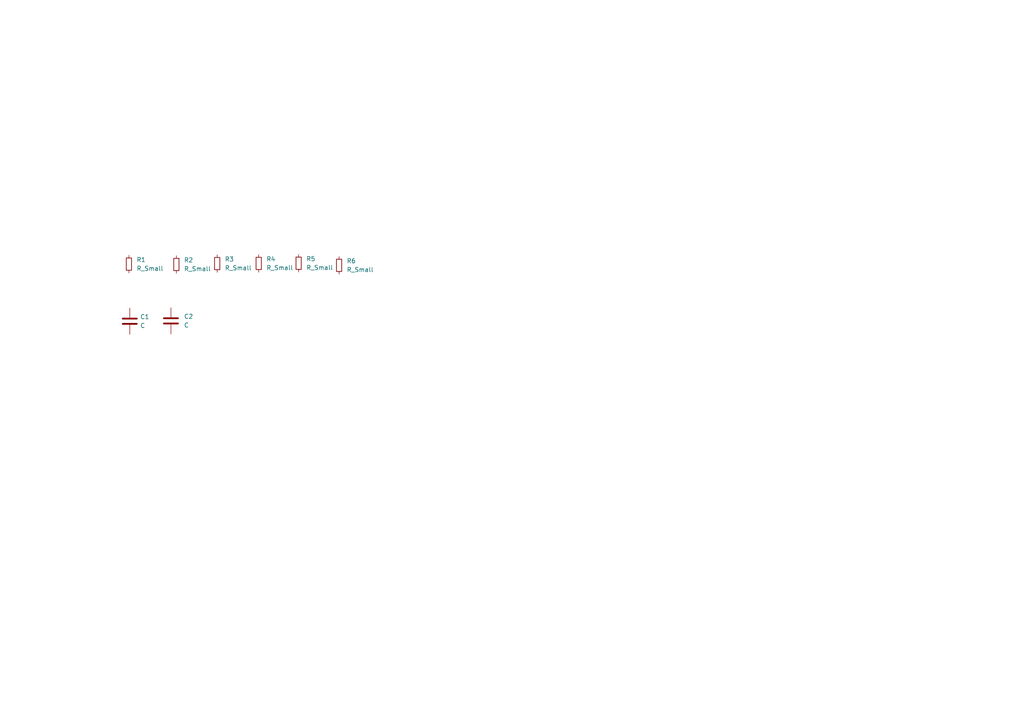
<source format=kicad_sch>
(kicad_sch (version 20211123) (generator eeschema)
  (paper "A4")
  (title_block (title "LED Controller") (date "2023-11-07") (rev "2.0"))
  (lib_symbols
    (symbol "Device:C" (pin_numbers hide) (pin_names (offset 0.254))
      (property "Reference" "C" (at 0.635 2.54 0))
      (property "Value" "C" (at 0.635 -2.54 0))
      (symbol "C_0_1"
        (polyline (pts (xy -2.032 -0.762) (xy 2.032 -0.762)) (stroke (width 0.508)))
        (polyline (pts (xy -2.032 0.762) (xy 2.032 0.762)) (stroke (width 0.508)))
      )
      (symbol "C_1_1"
        (pin passive line (at 0 3.81 270) (length 2.794) (name "~") (number "1"))
        (pin passive line (at 0 -3.81 90) (length 2.794) (name "~") (number "2"))
      )
    )
    (symbol "Device:R_Small" (pin_numbers hide) (pin_names (offset 0.254) hide)
      (property "Reference" "R" (at 0.762 0.508 0))
      (property "Value" "R_Small" (at 0.762 -1.016 0))
      (symbol "R_Small_0_1"
        (rectangle (start -0.762 1.778) (end 0.762 -1.778) (stroke (width 0.2032)))
      )
      (symbol "R_Small_1_1"
        (pin passive line (at 0 2.54 270) (length 0.762) (name "~") (number "1"))
        (pin passive line (at 0 -2.54 90) (length 0.762) (name "~") (number "2"))
      )
    )
  )
  (symbol (lib_id "Device:R_Small") (at 37.3888 76.6064 0) (unit 1)
    (property "Reference" "R1" (at 39.5732 75.3363 0) (effects (justify left)))
    (property "Value" "R_Small" (at 39.5732 77.8763 0) (effects (justify left)))
  )
  (symbol (lib_id "Device:R_Small") (at 62.992 76.454 0) (unit 1)
    (property "Reference" "R3" (at 65.1764 75.1839 0) (effects (justify left)))
    (property "Value" "R_Small" (at 65.1764 77.7239 0) (effects (justify left)))
  )
  (symbol (lib_id "Device:R_Small") (at 51.1556 76.708 0) (unit 1)
    (property "Reference" "R2" (at 53.34 75.4379 0) (effects (justify left)))
    (property "Value" "R_Small" (at 53.34 77.9779 0) (effects (justify left)))
  )
  (symbol (lib_id "Device:R_Small") (at 98.3488 76.962 0) (unit 1)
    (property "Reference" "R6" (at 100.5332 75.6919 0) (effects (justify left)))
    (property "Value" "R_Small" (at 100.5332 78.2319 0) (effects (justify left)))
  )
  (symbol (lib_id "Device:R_Small") (at 86.614 76.3524 0) (unit 1)
    (property "Reference" "R5" (at 88.7984 75.0823 0) (effects (justify left)))
    (property "Value" "R_Small" (at 88.7984 77.6223 0) (effects (justify left)))
  )
  (symbol (lib_id "Device:C") (at 49.5808 93.0656 0) (unit 1)
    (property "Reference" "C2" (at 53.34 91.7955 0) (effects (justify left)))
    (property "Value" "C" (at 53.34 94.3355 0) (effects (justify left)))
  )
  (symbol (lib_id "Device:C") (at 37.6428 93.1672 0) (unit 1)
    (property "Reference" "C1" (at 40.64 91.8971 0) (effects (justify left)))
    (property "Value" "C" (at 40.64 94.4371 0) (effects (justify left)))
  )
  (symbol (lib_id "Device:R_Small") (at 75.0316 76.4032 0) (unit 1)
    (property "Reference" "R4" (at 77.216 75.1331 0) (effects (justify left)))
    (property "Value" "R_Small" (at 77.216 77.6731 0) (effects (justify left)))
  )
)
</source>
